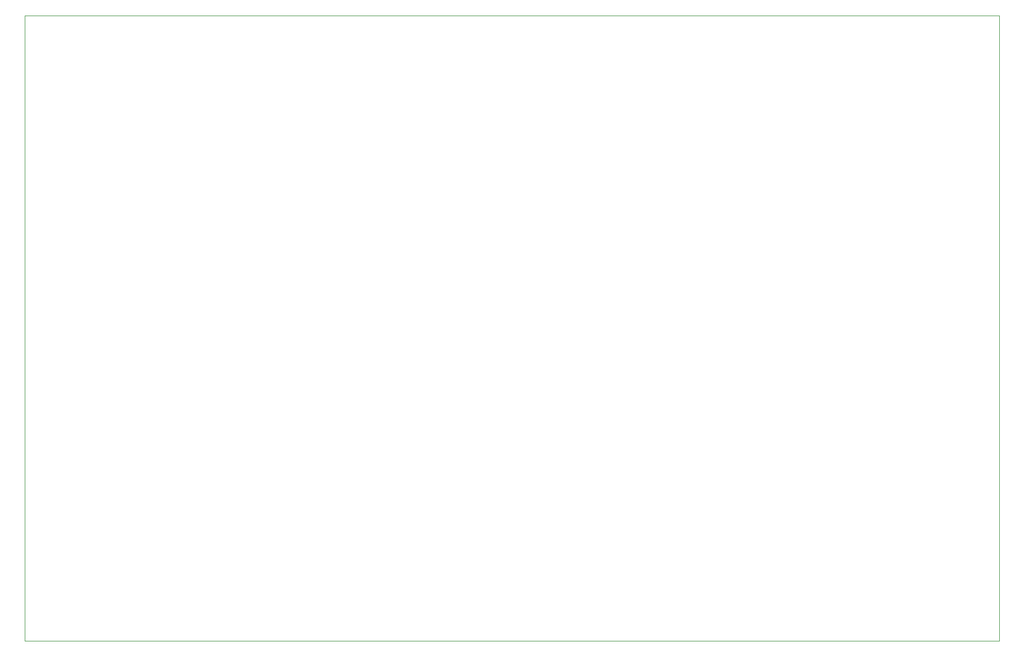
<source format=gbr>
%TF.GenerationSoftware,KiCad,Pcbnew,(5.1.4-0-10_14)*%
%TF.CreationDate,2020-08-27T08:39:53+02:00*%
%TF.ProjectId,the_mvp_v1.1,7468655f-6d76-4705-9f76-312e312e6b69,1.1*%
%TF.SameCoordinates,Original*%
%TF.FileFunction,Profile,NP*%
%FSLAX46Y46*%
G04 Gerber Fmt 4.6, Leading zero omitted, Abs format (unit mm)*
G04 Created by KiCad (PCBNEW (5.1.4-0-10_14)) date 2020-08-27 08:39:53*
%MOMM*%
%LPD*%
G04 APERTURE LIST*
%ADD10C,0.100000*%
G04 APERTURE END LIST*
D10*
X76327000Y-160782000D02*
X76327000Y-62293500D01*
X229679500Y-160782000D02*
X76327000Y-160782000D01*
X229679500Y-62293500D02*
X229679500Y-160782000D01*
X76327000Y-62293500D02*
X229679500Y-62293500D01*
M02*

</source>
